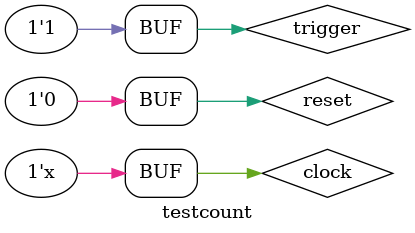
<source format=v>
`timescale 1ns / 1ps


module testcount;

	// Inputs
	reg clock;
	reg reset;
	reg trigger;

	// Outputs
	wire [7:0] count;

	// Instantiate the Unit Under Test (UUT)
	counter uut (
		.count(count), 
		.clock(clock), 
		.reset(reset), 
		.trigger(trigger)
	);

	always #5 clock = ~clock;
	initial begin
		// Initialize Inputs
		clock = 0;
		reset = 0;
		trigger = 0;

		// Wait 100 ns for global reset to finish
		#200;
      reset = 1;
		#200;
		reset = 0;
		trigger = 1;
		// Add stimulus here

	end
      
endmodule


</source>
